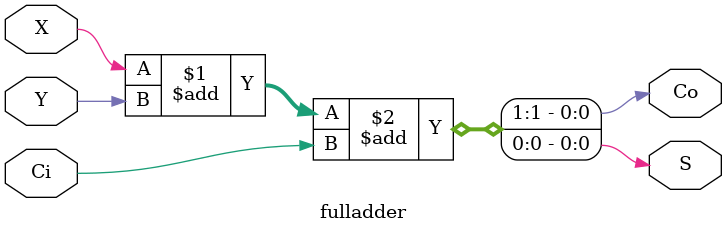
<source format=v>
`timescale 1ns/1ns



module fulladder (input X, input Y, input Ci, output S, output Co);  
  
   assign {Co, S} = X + Y + Ci;  
endmodule  

</source>
